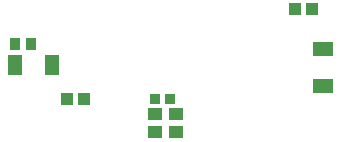
<source format=gbp>
G04 Layer_Color=16770453*
%FSLAX24Y24*%
%MOIN*%
G70*
G01*
G75*
%ADD12R,0.0413X0.0394*%
%ADD14R,0.0670X0.0450*%
%ADD29R,0.0374X0.0413*%
%ADD45R,0.0450X0.0670*%
%ADD46R,0.0492X0.0433*%
%ADD47R,0.0335X0.0374*%
D12*
X32555Y34450D02*
D03*
X33145D02*
D03*
X25545Y31450D02*
D03*
X24955D02*
D03*
D14*
X33500Y33120D02*
D03*
Y31880D02*
D03*
D29*
X23224Y33300D02*
D03*
X23776D02*
D03*
D45*
X23230Y32600D02*
D03*
X24470D02*
D03*
D46*
X27915Y30350D02*
D03*
X28585D02*
D03*
X28585Y30950D02*
D03*
X27915D02*
D03*
D47*
X27894Y31450D02*
D03*
X28406D02*
D03*
M02*

</source>
